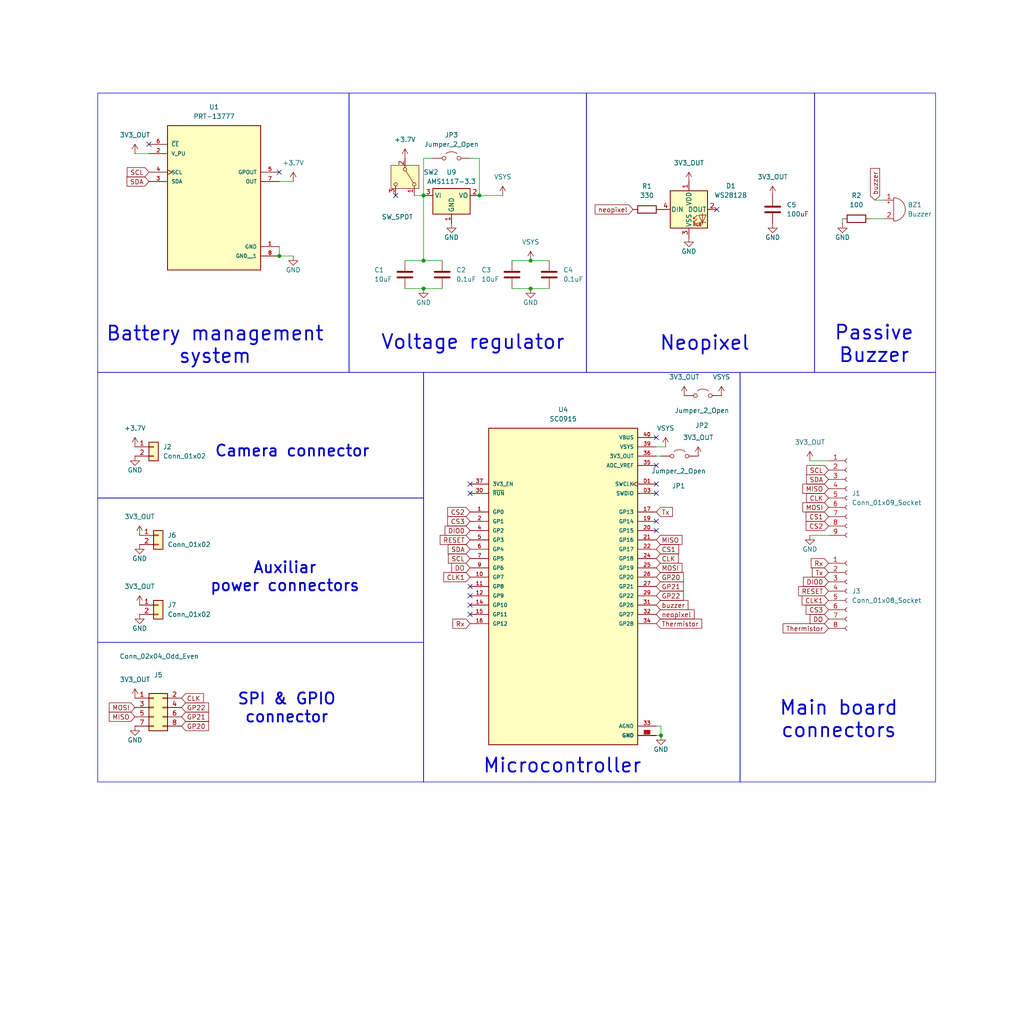
<source format=kicad_sch>
(kicad_sch (version 20250114) (generator "eeschema") (generator_version "9.0")
  (paper "User" 279.4 279.4)
  (title_block (title "Ultimate CanSat mainboard by team Vexus V1") (date "2024-11-03") (rev "1") (company "Vexus") (comment 1 "MCU board"))
  (lib_symbols
    (symbol "Connector:Conn_01x08_Socket" (pin_names (offset 1.016) (hide yes))
      (property "Reference" "J" (at 0 10.16 0))
      (property "Value" "Conn_01x08_Socket" (at 0 -12.7 0))
      (symbol "Conn_01x08_Socket_1_1"
        (polyline (pts (xy -1.27 7.62) (xy -0.508 7.62)) (stroke (width 0.1524)))
        (polyline (pts (xy -1.27 5.08) (xy -0.508 5.08)) (stroke (width 0.1524)))
        (polyline (pts (xy -1.27 2.54) (xy -0.508 2.54)) (stroke (width 0.1524)))
        (polyline (pts (xy -1.27 0) (xy -0.508 0)) (stroke (width 0.1524)))
        (polyline (pts (xy -1.27 -2.54) (xy -0.508 -2.54)) (stroke (width 0.1524)))
        (polyline (pts (xy -1.27 -5.08) (xy -0.508 -5.08)) (stroke (width 0.1524)))
        (polyline (pts (xy -1.27 -7.62) (xy -0.508 -7.62)) (stroke (width 0.1524)))
        (polyline (pts (xy -1.27 -10.16) (xy -0.508 -10.16)) (stroke (width 0.1524)))
        (arc (start 0 7.112) (mid -0.5058 7.62) (end 0 8.128) (stroke (width 0.1524)))
        (arc (start 0 4.572) (mid -0.5058 5.08) (end 0 5.588) (stroke (width 0.1524)))
        (arc (start 0 2.032) (mid -0.5058 2.54) (end 0 3.048) (stroke (width 0.1524)))
        (arc (start 0 -0.508) (mid -0.5058 0) (end 0 0.508) (stroke (width 0.1524)))
        (arc (start 0 -3.048) (mid -0.5058 -2.54) (end 0 -2.032) (stroke (width 0.1524)))
        (arc (start 0 -5.588) (mid -0.5058 -5.08) (end 0 -4.572) (stroke (width 0.1524)))
        (arc (start 0 -8.128) (mid -0.5058 -7.62) (end 0 -7.112) (stroke (width 0.1524)))
        (arc (start 0 -10.668) (mid -0.5058 -10.16) (end 0 -9.652) (stroke (width 0.1524)))
        (pin passive line (at -5.08 7.62 0) (length 3.81) (name "Pin_1") (number "1"))
        (pin passive line (at -5.08 5.08 0) (length 3.81) (name "Pin_2") (number "2"))
        (pin passive line (at -5.08 2.54 0) (length 3.81) (name "Pin_3") (number "3"))
        (pin passive line (at -5.08 0 0) (length 3.81) (name "Pin_4") (number "4"))
        (pin passive line (at -5.08 -2.54 0) (length 3.81) (name "Pin_5") (number "5"))
        (pin passive line (at -5.08 -5.08 0) (length 3.81) (name "Pin_6") (number "6"))
        (pin passive line (at -5.08 -7.62 0) (length 3.81) (name "Pin_7") (number "7"))
        (pin passive line (at -5.08 -10.16 0) (length 3.81) (name "Pin_8") (number "8"))
      )
    )
    (symbol "Connector:Conn_01x09_Socket" (pin_names (offset 1.016) (hide yes))
      (property "Reference" "J" (at 0 12.7 0))
      (property "Value" "Conn_01x09_Socket" (at 0 -12.7 0))
      (symbol "Conn_01x09_Socket_1_1"
        (polyline (pts (xy -1.27 10.16) (xy -0.508 10.16)) (stroke (width 0.1524)))
        (polyline (pts (xy -1.27 7.62) (xy -0.508 7.62)) (stroke (width 0.1524)))
        (polyline (pts (xy -1.27 5.08) (xy -0.508 5.08)) (stroke (width 0.1524)))
        (polyline (pts (xy -1.27 2.54) (xy -0.508 2.54)) (stroke (width 0.1524)))
        (polyline (pts (xy -1.27 0) (xy -0.508 0)) (stroke (width 0.1524)))
        (polyline (pts (xy -1.27 -2.54) (xy -0.508 -2.54)) (stroke (width 0.1524)))
        (polyline (pts (xy -1.27 -5.08) (xy -0.508 -5.08)) (stroke (width 0.1524)))
        (polyline (pts (xy -1.27 -7.62) (xy -0.508 -7.62)) (stroke (width 0.1524)))
        (polyline (pts (xy -1.27 -10.16) (xy -0.508 -10.16)) (stroke (width 0.1524)))
        (arc (start 0 9.652) (mid -0.5058 10.16) (end 0 10.668) (stroke (width 0.1524)))
        (arc (start 0 7.112) (mid -0.5058 7.62) (end 0 8.128) (stroke (width 0.1524)))
        (arc (start 0 4.572) (mid -0.5058 5.08) (end 0 5.588) (stroke (width 0.1524)))
        (arc (start 0 2.032) (mid -0.5058 2.54) (end 0 3.048) (stroke (width 0.1524)))
        (arc (start 0 -0.508) (mid -0.5058 0) (end 0 0.508) (stroke (width 0.1524)))
        (arc (start 0 -3.048) (mid -0.5058 -2.54) (end 0 -2.032) (stroke (width 0.1524)))
        (arc (start 0 -5.588) (mid -0.5058 -5.08) (end 0 -4.572) (stroke (width 0.1524)))
        (arc (start 0 -8.128) (mid -0.5058 -7.62) (end 0 -7.112) (stroke (width 0.1524)))
        (arc (start 0 -10.668) (mid -0.5058 -10.16) (end 0 -9.652) (stroke (width 0.1524)))
        (pin passive line (at -5.08 10.16 0) (length 3.81) (name "Pin_1") (number "1"))
        (pin passive line (at -5.08 7.62 0) (length 3.81) (name "Pin_2") (number "2"))
        (pin passive line (at -5.08 5.08 0) (length 3.81) (name "Pin_3") (number "3"))
        (pin passive line (at -5.08 2.54 0) (length 3.81) (name "Pin_4") (number "4"))
        (pin passive line (at -5.08 0 0) (length 3.81) (name "Pin_5") (number "5"))
        (pin passive line (at -5.08 -2.54 0) (length 3.81) (name "Pin_6") (number "6"))
        (pin passive line (at -5.08 -5.08 0) (length 3.81) (name "Pin_7") (number "7"))
        (pin passive line (at -5.08 -7.62 0) (length 3.81) (name "Pin_8") (number "8"))
        (pin passive line (at -5.08 -10.16 0) (length 3.81) (name "Pin_9") (number "9"))
      )
    )
    (symbol "Connector_Generic:Conn_01x02" (pin_names (offset 1.016) (hide yes))
      (property "Reference" "J" (at 0 2.54 0))
      (property "Value" "Conn_01x02" (at 0 -5.08 0))
      (symbol "Conn_01x02_1_1"
        (rectangle (start -1.27 1.27) (end 1.27 -3.81) (stroke (width 0.254)) (fill (type background)))
        (rectangle (start -1.27 0.127) (end 0 -0.127) (stroke (width 0.1524)))
        (rectangle (start -1.27 -2.413) (end 0 -2.667) (stroke (width 0.1524)))
        (pin passive line (at -5.08 0 0) (length 3.81) (name "Pin_1") (number "1"))
        (pin passive line (at -5.08 -2.54 0) (length 3.81) (name "Pin_2") (number "2"))
      )
    )
    (symbol "Connector_Generic:Conn_02x04_Odd_Even" (pin_names (offset 1.016) (hide yes))
      (property "Reference" "J" (at 1.27 5.08 0))
      (property "Value" "Conn_02x04_Odd_Even" (at 1.27 -7.62 0))
      (symbol "Conn_02x04_Odd_Even_1_1"
        (rectangle (start -1.27 3.81) (end 3.81 -6.35) (stroke (width 0.254)) (fill (type background)))
        (rectangle (start -1.27 2.667) (end 0 2.413) (stroke (width 0.1524)))
        (rectangle (start -1.27 0.127) (end 0 -0.127) (stroke (width 0.1524)))
        (rectangle (start -1.27 -2.413) (end 0 -2.667) (stroke (width 0.1524)))
        (rectangle (start -1.27 -4.953) (end 0 -5.207) (stroke (width 0.1524)))
        (rectangle (start 3.81 2.667) (end 2.54 2.413) (stroke (width 0.1524)))
        (rectangle (start 3.81 0.127) (end 2.54 -0.127) (stroke (width 0.1524)))
        (rectangle (start 3.81 -2.413) (end 2.54 -2.667) (stroke (width 0.1524)))
        (rectangle (start 3.81 -4.953) (end 2.54 -5.207) (stroke (width 0.1524)))
        (pin passive line (at -5.08 2.54 0) (length 3.81) (name "Pin_1") (number "1"))
        (pin passive line (at -5.08 0 0) (length 3.81) (name "Pin_3") (number "3"))
        (pin passive line (at -5.08 -2.54 0) (length 3.81) (name "Pin_5") (number "5"))
        (pin passive line (at -5.08 -5.08 0) (length 3.81) (name "Pin_7") (number "7"))
        (pin passive line (at 7.62 2.54 180) (length 3.81) (name "Pin_2") (number "2"))
        (pin passive line (at 7.62 0 180) (length 3.81) (name "Pin_4") (number "4"))
        (pin passive line (at 7.62 -2.54 180) (length 3.81) (name "Pin_6") (number "6"))
        (pin passive line (at 7.62 -5.08 180) (length 3.81) (name "Pin_8") (number "8"))
      )
    )
    (symbol "Device:Buzzer" (pin_names (offset 0.0254) (hide yes))
      (property "Reference" "BZ" (at 3.81 1.27 0))
      (property "Value" "Buzzer" (at 3.81 -1.27 0))
      (symbol "Buzzer_0_1"
        (polyline (pts (xy -1.651 1.905) (xy -1.143 1.905)))
        (polyline (pts (xy -1.397 2.159) (xy -1.397 1.651)))
        (arc (start 0 3.175) (mid 3.1612 0) (end 0 -3.175))
        (polyline (pts (xy 0 3.175) (xy 0 -3.175)))
      )
      (symbol "Buzzer_1_1"
        (pin passive line (at -2.54 2.54 0) (length 2.54) (name "+") (number "1"))
        (pin passive line (at -2.54 -2.54 0) (length 2.54) (name "-") (number "2"))
      )
    )
    (symbol "Device:C" (pin_numbers (hide yes)) (pin_names (offset 0.254))
      (property "Reference" "C" (at 0.635 2.54 0))
      (property "Value" "C" (at 0.635 -2.54 0))
      (symbol "C_0_1"
        (polyline (pts (xy -2.032 0.762) (xy 2.032 0.762)) (stroke (width 0.508)))
        (polyline (pts (xy -2.032 -0.762) (xy 2.032 -0.762)) (stroke (width 0.508)))
      )
      (symbol "C_1_1"
        (pin passive line (at 0 3.81 270) (length 2.794) (name "~") (number "1"))
        (pin passive line (at 0 -3.81 90) (length 2.794) (name "~") (number "2"))
      )
    )
    (symbol "Device:R" (pin_numbers (hide yes)) (pin_names (offset 0))
      (property "Reference" "R" (at 2.032 0 90))
      (property "Value" "R" (at 0 0 90))
      (symbol "R_0_1"
        (rectangle (start -1.016 -2.54) (end 1.016 2.54) (stroke (width 0.254)))
      )
      (symbol "R_1_1"
        (pin passive line (at 0 3.81 270) (length 1.27) (name "~") (number "1"))
        (pin passive line (at 0 -3.81 90) (length 1.27) (name "~") (number "2"))
      )
    )
    (symbol "Jumper:Jumper_2_Open" (pin_numbers (hide yes)) (pin_names (offset 0) (hide yes)) (exclude_from_sim yes)
      (property "Reference" "JP" (at 0 2.794 0))
      (property "Value" "Jumper_2_Open" (at 0 -2.286 0))
      (symbol "Jumper_2_Open_0_0"
        (circle (center -2.032 0) (radius 0.508))
        (circle (center 2.032 0) (radius 0.508))
      )
      (symbol "Jumper_2_Open_0_1"
        (arc (start -1.524 1.27) (mid 0 1.778) (end 1.524 1.27))
      )
      (symbol "Jumper_2_Open_1_1"
        (pin passive line (at -5.08 0 0) (length 2.54) (name "A") (number "1"))
        (pin passive line (at 5.08 0 180) (length 2.54) (name "B") (number "2"))
      )
    )
    (symbol "Jumper_2_Open_1" (pin_numbers (hide yes)) (pin_names (offset 0) (hide yes)) (exclude_from_sim yes)
      (property "Reference" "JP4" (at 0 6.35 0))
      (property "Value" "Jumper_2_Open" (at 0 3.81 0))
      (symbol "Jumper_2_Open_1_0_0"
        (circle (center -2.032 0) (radius 0.508))
        (circle (center 2.032 0) (radius 0.508))
      )
      (symbol "Jumper_2_Open_1_0_1"
        (arc (start -1.524 1.27) (mid 0 1.778) (end 1.524 1.27))
      )
      (symbol "Jumper_2_Open_1_1_1"
        (pin passive line (at -5.08 0 0) (length 2.54) (name "A") (number "1"))
        (pin passive line (at 5.08 0 180) (length 2.54) (name "B") (number "2"))
      )
    )
    (symbol "LED:WS2812B" (pin_names (offset 0.254))
      (property "Reference" "D" (at 5.08 5.715 0))
      (property "Value" "WS2812B" (at 1.27 -5.715 0))
      (symbol "WS2812B_0_0"
        (text "RGB" (at 2.286 -4.191 0) (effects (font (size 0.762 0.762))))
      )
      (symbol "WS2812B_0_1"
        (polyline (pts (xy 1.27 -2.54) (xy 1.778 -2.54)))
        (polyline (pts (xy 1.27 -3.556) (xy 1.778 -3.556)))
        (polyline (pts (xy 2.286 -1.524) (xy 1.27 -2.54) (xy 1.27 -2.032)))
        (polyline (pts (xy 2.286 -2.54) (xy 1.27 -3.556) (xy 1.27 -3.048)))
        (polyline (pts (xy 3.683 -1.016) (xy 3.683 -3.556) (xy 3.683 -4.064)))
        (polyline (pts (xy 4.699 -1.524) (xy 2.667 -1.524) (xy 3.683 -3.556) (xy 4.699 -1.524)))
        (polyline (pts (xy 4.699 -3.556) (xy 2.667 -3.556)))
        (rectangle (start 5.08 5.08) (end -5.08 -5.08) (stroke (width 0.254)) (fill (type background)))
      )
      (symbol "WS2812B_1_1"
        (pin input line (at -7.62 0 0) (length 2.54) (name "DIN") (number "4"))
        (pin power_in line (at 0 7.62 270) (length 2.54) (name "VDD") (number "1"))
        (pin power_in line (at 0 -7.62 90) (length 2.54) (name "VSS") (number "3"))
        (pin output line (at 7.62 0 180) (length 2.54) (name "DOUT") (number "2"))
      )
    )
    (symbol "PRT-13777_1" (pin_names (offset 1.016))
      (property "Reference" "U" (at -12.7 24.13 0))
      (property "Value" "PRT-13777" (at -12.7 -39.37 0))
      (symbol "PRT-13777_1_0_0"
        (rectangle (start -12.7 15.24) (end 12.7 -24.13) (stroke (width 0.254)) (fill (type background)))
        (pin input line (at -17.78 10.16 0) (length 5.08) (name "~{CE}") (number "6"))
        (pin input line (at -17.78 7.62 0) (length 5.08) (name "V_PU") (number "2"))
        (pin input clock (at -17.78 2.54 0) (length 5.08) (name "SCL") (number "4"))
        (pin bidirectional line (at -17.78 0 0) (length 5.08) (name "SDA") (number "3"))
        (pin output line (at 17.78 2.54 180) (length 5.08) (name "GPOUT") (number "5"))
        (pin output line (at 17.78 0 180) (length 5.08) (name "OUT") (number "7"))
        (pin power_in line (at 17.78 -17.78 180) (length 5.08) (name "GND") (number "1"))
        (pin power_in line (at 17.78 -20.32 180) (length 5.08) (name "GND__1") (number "8"))
      )
    )
    (symbol "Regulator_Linear:AMS1117-3.3"
      (property "Reference" "U" (at -3.81 3.175 0))
      (property "Value" "AMS1117-3.3" (at 0 3.175 0))
      (symbol "AMS1117-3.3_0_1"
        (rectangle (start -5.08 -5.08) (end 5.08 1.905) (stroke (width 0.254)) (fill (type background)))
      )
      (symbol "AMS1117-3.3_1_1"
        (pin power_in line (at -7.62 0 0) (length 2.54) (name "VI") (number "3"))
        (pin power_in line (at 0 -7.62 90) (length 2.54) (name "GND") (number "1"))
        (pin power_out line (at 7.62 0 180) (length 2.54) (name "VO") (number "2"))
      )
    )
    (symbol "SC0915:SC0915" (pin_names (offset 1.016))
      (property "Reference" "U" (at -20.32 44.069 0))
      (property "Value" "SC0915" (at -20.32 -45.72 0))
      (symbol "SC0915_0_0"
        (rectangle (start -20.32 -43.18) (end 20.32 43.18) (stroke (width 0.254)) (fill (type background)))
        (pin input line (at -25.4 27.94 0) (length 5.08) (name "3V3_EN") (number "37"))
        (pin input line (at -25.4 25.4 0) (length 5.08) (name "~{RUN}") (number "30"))
        (pin bidirectional line (at -25.4 20.32 0) (length 5.08) (name "GP0") (number "1"))
        (pin bidirectional line (at -25.4 17.78 0) (length 5.08) (name "GP1") (number "2"))
        (pin bidirectional line (at -25.4 15.24 0) (length 5.08) (name "GP2") (number "4"))
        (pin bidirectional line (at -25.4 12.7 0) (length 5.08) (name "GP3") (number "5"))
        (pin bidirectional line (at -25.4 10.16 0) (length 5.08) (name "GP4") (number "6"))
        (pin bidirectional line (at -25.4 7.62 0) (length 5.08) (name "GP5") (number "7"))
        (pin bidirectional line (at -25.4 5.08 0) (length 5.08) (name "GP6") (number "9"))
        (pin bidirectional line (at -25.4 2.54 0) (length 5.08) (name "GP7") (number "10"))
        (pin bidirectional line (at -25.4 0 0) (length 5.08) (name "GP8") (number "11"))
        (pin bidirectional line (at -25.4 -2.54 0) (length 5.08) (name "GP9") (number "12"))
        (pin bidirectional line (at -25.4 -5.08 0) (length 5.08) (name "GP10") (number "14"))
        (pin bidirectional line (at -25.4 -7.62 0) (length 5.08) (name "GP11") (number "15"))
        (pin bidirectional line (at -25.4 -10.16 0) (length 5.08) (name "GP12") (number "16"))
        (pin power_in line (at 25.4 40.64 180) (length 5.08) (name "VBUS") (number "40"))
        (pin power_in line (at 25.4 38.1 180) (length 5.08) (name "VSYS") (number "39"))
        (pin power_in line (at 25.4 35.56 180) (length 5.08) (name "3V3_OUT") (number "36"))
        (pin power_in line (at 25.4 33.02 180) (length 5.08) (name "ADC_VREF") (number "35"))
        (pin input clock (at 25.4 27.94 180) (length 5.08) (name "SWCLK") (number "D1"))
        (pin bidirectional line (at 25.4 25.4 180) (length 5.08) (name "SWDIO") (number "D3"))
        (pin bidirectional line (at 25.4 20.32 180) (length 5.08) (name "GP13") (number "17"))
        (pin bidirectional line (at 25.4 17.78 180) (length 5.08) (name "GP14") (number "19"))
        (pin bidirectional line (at 25.4 15.24 180) (length 5.08) (name "GP15") (number "20"))
        (pin bidirectional line (at 25.4 12.7 180) (length 5.08) (name "GP16") (number "21"))
        (pin bidirectional line (at 25.4 10.16 180) (length 5.08) (name "GP17") (number "22"))
        (pin bidirectional line (at 25.4 7.62 180) (length 5.08) (name "GP18") (number "24"))
        (pin bidirectional line (at 25.4 5.08 180) (length 5.08) (name "GP19") (number "25"))
        (pin bidirectional line (at 25.4 2.54 180) (length 5.08) (name "GP20") (number "26"))
        (pin bidirectional line (at 25.4 0 180) (length 5.08) (name "GP21") (number "27"))
        (pin bidirectional line (at 25.4 -2.54 180) (length 5.08) (name "GP22") (number "29"))
        (pin bidirectional line (at 25.4 -5.08 180) (length 5.08) (name "GP26") (number "31"))
        (pin bidirectional line (at 25.4 -7.62 180) (length 5.08) (name "GP27") (number "32"))
        (pin bidirectional line (at 25.4 -10.16 180) (length 5.08) (name "GP28") (number "34"))
        (pin power_in line (at 25.4 -38.1 180) (length 5.08) (name "AGND") (number "33"))
        (pin power_in line (at 25.4 -40.64 180) (length 5.08) (name "GND") (number "13"))
        (pin power_in line (at 25.4 -40.64 180) (length 5.08) (name "GND") (number "18"))
        (pin power_in line (at 25.4 -40.64 180) (length 5.08) (name "GND") (number "23"))
        (pin power_in line (at 25.4 -40.64 180) (length 5.08) (name "GND") (number "28"))
        (pin power_in line (at 25.4 -40.64 180) (length 5.08) (name "GND") (number "3"))
        (pin power_in line (at 25.4 -40.64 180) (length 5.08) (name "GND") (number "38"))
        (pin power_in line (at 25.4 -40.64 180) (length 5.08) (name "GND") (number "8"))
        (pin power_in line (at 25.4 -40.64 180) (length 5.08) (name "GND") (number "D2"))
      )
    )
    (symbol "Switch:SW_SPDT" (pin_names (offset 0) (hide yes))
      (property "Reference" "SW" (at 0 5.08 0))
      (property "Value" "SW_SPDT" (at 0 -5.08 0))
      (symbol "SW_SPDT_0_1"
        (circle (center -2.032 0) (radius 0.4572))
        (polyline (pts (xy -1.651 0.254) (xy 1.651 2.286)))
        (circle (center 2.032 2.54) (radius 0.4572))
        (circle (center 2.032 -2.54) (radius 0.4572))
      )
      (symbol "SW_SPDT_1_1"
        (rectangle (start -3.175 3.81) (end 3.175 -3.81) (fill (type background)))
        (pin passive line (at -5.08 0 0) (length 2.54) (name "B") (number "2"))
        (pin passive line (at 5.08 2.54 180) (length 2.54) (name "A") (number "1"))
        (pin passive line (at 5.08 -2.54 180) (length 2.54) (name "C") (number "3"))
      )
    )
    (symbol "power:+3.3V" (power) (pin_numbers (hide yes)) (pin_names (offset 0) (hide yes))
      (property "Value" "+3.3V" (at 0 3.556 0))
      (symbol "+3.3V_0_1"
        (polyline (pts (xy -0.762 1.27) (xy 0 2.54)))
        (polyline (pts (xy 0 2.54) (xy 0.762 1.27)))
        (polyline (pts (xy 0 0) (xy 0 2.54)))
      )
      (symbol "+3.3V_1_1"
        (pin power_in line (at 0 0 90) (length 0) (name "~") (number "1"))
      )
    )
    (symbol "power:GND" (power) (pin_numbers (hide yes)) (pin_names (offset 0) (hide yes))
      (property "Value" "GND" (at 0 -3.81 0))
      (symbol "GND_0_1"
        (polyline (pts (xy 0 0) (xy 0 -1.27) (xy 1.27 -1.27) (xy 0 -2.54) (xy -1.27 -1.27) (xy 0 -1.27)))
      )
      (symbol "GND_1_1"
        (pin power_in line (at 0 0 270) (length 0) (name "~") (number "1"))
      )
    )
    (symbol "power:VCC" (power) (pin_numbers (hide yes)) (pin_names (offset 0) (hide yes))
      (property "Value" "VCC" (at 0 3.556 0))
      (symbol "VCC_0_1"
        (polyline (pts (xy -0.762 1.27) (xy 0 2.54)))
        (polyline (pts (xy 0 2.54) (xy 0.762 1.27)))
        (polyline (pts (xy 0 0) (xy 0 2.54)))
      )
      (symbol "VCC_1_1"
        (pin power_in line (at 0 0 90) (length 0) (name "~") (number "1"))
      )
    )
  )
  (rectangle (start 26.67 135.89) (end 115.57 175.26))
  (rectangle (start 26.67 101.6) (end 115.57 135.89))
  (rectangle (start 115.57 101.6) (end 201.93 213.36))
  (rectangle (start 222.25 25.4) (end 255.27 101.6))
  (rectangle (start 26.67 175.26) (end 115.57 213.36))
  (rectangle (start 201.93 101.6) (end 255.27 213.36))
  (rectangle (start 95.25 25.4) (end 160.02 101.6))
  (rectangle (start 160.02 25.4) (end 222.25 101.6))
  (rectangle (start 26.67 25.4) (end 95.25 101.6))
  (text "Passive\nBuzzer" (at 238.506 93.98 0) (effects (font (size 3.81 3.81) (thickness 0.4763))))
  (text "Voltage regulator" (at 129.032 93.472 0) (effects (font (size 3.81 3.81) (thickness 0.4763))))
  (text "Microcontroller" (at 153.416 209.042 0) (effects (font (size 3.81 3.81) (thickness 0.4763))))
  (text "Auxiliar\npower connectors" (at 77.724 157.48 0) (effects (font (size 3.048 3.048) (thickness 0.4763))))
  (text "SPI & GPIO\nconnector" (at 78.232 193.294 0) (effects (font (size 3.048 3.048) (thickness 0.4763))))
  (text "Camera connector" (at 79.756 123.19 0) (effects (font (size 3.048 3.048) (thickness 0.4763))))
  (text "Neopixel" (at 192.278 93.726 0) (effects (font (size 3.81 3.81) (thickness 0.4763))))
  (text "Main board\nconnectors" (at 228.854 196.342 0) (effects (font (size 3.81 3.81) (thickness 0.4763))))
  (text "Battery management\nsystem" (at 58.674 94.234 0) (effects (font (size 3.81 3.81) (thickness 0.4763))))
  (junction (at 130.81 53.34))
  (junction (at 115.57 53.34))
  (junction (at 144.78 71.12))
  (junction (at 76.2 69.85))
  (junction (at 144.78 78.74))
  (junction (at 115.57 71.12))
  (junction (at 180.34 200.66))
  (junction (at 115.57 78.74))
  (no_connect (at 128.27 165.1))
  (no_connect (at 179.07 144.78))
  (no_connect (at 128.27 162.56))
  (no_connect (at 128.27 134.62))
  (no_connect (at 179.07 119.38))
  (no_connect (at 107.95 53.34))
  (no_connect (at 128.27 132.08))
  (no_connect (at 128.27 167.64))
  (no_connect (at 179.07 134.62))
  (no_connect (at 195.58 57.15))
  (no_connect (at 128.27 160.02))
  (no_connect (at 179.07 142.24))
  (no_connect (at 76.2 46.99))
  (no_connect (at 40.64 39.37))
  (no_connect (at 179.07 132.08))
  (no_connect (at 179.07 127))
  (wire (pts (xy 139.7 78.74) (xy 144.78 78.74)))
  (wire (pts (xy 76.2 49.53) (xy 80.01 49.53)))
  (wire (pts (xy 36.83 41.91) (xy 40.64 41.91)))
  (wire (pts (xy 229.87 60.96) (xy 229.87 59.69)))
  (wire (pts (xy 144.78 71.12) (xy 149.86 71.12)))
  (wire (pts (xy 137.16 53.34) (xy 130.81 53.34)))
  (wire (pts (xy 110.49 78.74) (xy 115.57 78.74)))
  (wire (pts (xy 144.78 78.74) (xy 149.86 78.74)))
  (wire (pts (xy 113.03 53.34) (xy 115.57 53.34)))
  (wire (pts (xy 115.57 43.18) (xy 118.11 43.18)))
  (wire (pts (xy 76.2 69.85) (xy 80.01 69.85)))
  (wire (pts (xy 180.34 124.46) (xy 179.07 124.46)))
  (wire (pts (xy 179.07 198.12) (xy 180.34 198.12)))
  (wire (pts (xy 181.61 121.92) (xy 179.07 121.92)))
  (wire (pts (xy 128.27 43.18) (xy 130.81 43.18)))
  (wire (pts (xy 220.98 146.05) (xy 226.06 146.05)))
  (wire (pts (xy 237.49 59.69) (xy 241.3 59.69)))
  (wire (pts (xy 238.76 54.61) (xy 241.3 54.61)))
  (wire (pts (xy 115.57 53.34) (xy 115.57 43.18)))
  (wire (pts (xy 139.7 71.12) (xy 144.78 71.12)))
  (wire (pts (xy 130.81 43.18) (xy 130.81 53.34)))
  (wire (pts (xy 180.34 198.12) (xy 180.34 200.66)))
  (wire (pts (xy 220.98 125.73) (xy 226.06 125.73)))
  (wire (pts (xy 110.49 71.12) (xy 115.57 71.12)))
  (wire (pts (xy 180.34 200.66) (xy 179.07 200.66)))
  (wire (pts (xy 115.57 71.12) (xy 120.65 71.12)))
  (wire (pts (xy 115.57 53.34) (xy 115.57 71.12)))
  (wire (pts (xy 115.57 78.74) (xy 120.65 78.74)))
  (wire (pts (xy 76.2 67.31) (xy 76.2 69.85)))
  (global_label "MISO" (shape input) (at 226.06 133.35 180) (property "Intersheetrefs" "${INTERSHEET_REFS}" (effects (hide yes))))
  (global_label "GP20" (shape input) (at 179.07 157.48 0) (property "Intersheetrefs" "${INTERSHEET_REFS}" (effects (hide yes))))
  (global_label "MISO" (shape input) (at 179.07 147.32 0) (property "Intersheetrefs" "${INTERSHEET_REFS}" (effects (hide yes))))
  (global_label "SCL" (shape input) (at 40.64 46.99 180) (property "Intersheetrefs" "${INTERSHEET_REFS}" (effects (hide yes))))
  (global_label "SDA" (shape input) (at 40.64 49.53 180) (property "Intersheetrefs" "${INTERSHEET_REFS}" (effects (hide yes))))
  (global_label "MISO" (shape input) (at 36.83 195.58 180) (property "Intersheetrefs" "${INTERSHEET_REFS}" (effects (hide yes))))
  (global_label "DO" (shape input) (at 226.06 168.91 180) (property "Intersheetrefs" "${INTERSHEET_REFS}" (effects (hide yes))))
  (global_label "SDA" (shape input) (at 226.06 130.81 180) (property "Intersheetrefs" "${INTERSHEET_REFS}" (effects (hide yes))))
  (global_label "MOSI" (shape input) (at 179.07 154.94 0) (property "Intersheetrefs" "${INTERSHEET_REFS}" (effects (hide yes))))
  (global_label "GP20" (shape input) (at 49.53 198.12 0) (property "Intersheetrefs" "${INTERSHEET_REFS}" (effects (hide yes))))
  (global_label "neopixel" (shape input) (at 172.72 57.15 180) (property "Intersheetrefs" "${INTERSHEET_REFS}" (effects (hide yes))))
  (global_label "Tx" (shape input) (at 226.06 156.21 180) (property "Intersheetrefs" "${INTERSHEET_REFS}" (effects (hide yes))))
  (global_label "MOSI" (shape input) (at 36.83 193.04 180) (property "Intersheetrefs" "${INTERSHEET_REFS}" (effects (hide yes))))
  (global_label "buzzer" (shape input) (at 179.07 165.1 0) (property "Intersheetrefs" "${INTERSHEET_REFS}" (effects (hide yes))))
  (global_label "RESET" (shape input) (at 226.06 161.29 180) (property "Intersheetrefs" "${INTERSHEET_REFS}" (effects (hide yes))))
  (global_label "CS2" (shape input) (at 128.27 139.7 180) (property "Intersheetrefs" "${INTERSHEET_REFS}" (effects (hide yes))))
  (global_label "CS2" (shape input) (at 226.06 143.51 180) (property "Intersheetrefs" "${INTERSHEET_REFS}" (effects (hide yes))))
  (global_label "CLK1" (shape input) (at 128.27 157.48 180) (property "Intersheetrefs" "${INTERSHEET_REFS}" (effects (hide yes))))
  (global_label "CLK1" (shape input) (at 226.06 163.83 180) (property "Intersheetrefs" "${INTERSHEET_REFS}" (effects (hide yes))))
  (global_label "CLK" (shape input) (at 179.07 152.4 0) (property "Intersheetrefs" "${INTERSHEET_REFS}" (effects (hide yes))))
  (global_label "CLK" (shape input) (at 49.53 190.5 0) (property "Intersheetrefs" "${INTERSHEET_REFS}" (effects (hide yes))))
  (global_label "Thermistor" (shape input) (at 179.07 170.18 0) (property "Intersheetrefs" "${INTERSHEET_REFS}" (effects (hide yes))))
  (global_label "CS1" (shape input) (at 226.06 140.97 180) (property "Intersheetrefs" "${INTERSHEET_REFS}" (effects (hide yes))))
  (global_label "DIO0" (shape input) (at 128.27 144.78 180) (property "Intersheetrefs" "${INTERSHEET_REFS}" (effects (hide yes))))
  (global_label "CS1" (shape input) (at 179.07 149.86 0) (property "Intersheetrefs" "${INTERSHEET_REFS}" (effects (hide yes))))
  (global_label "buzzer" (shape input) (at 238.76 54.61 90) (property "Intersheetrefs" "${INTERSHEET_REFS}" (effects (hide yes))))
  (global_label "SDA" (shape input) (at 128.27 149.86 180) (property "Intersheetrefs" "${INTERSHEET_REFS}" (effects (hide yes))))
  (global_label "GP21" (shape input) (at 179.07 160.02 0) (property "Intersheetrefs" "${INTERSHEET_REFS}" (effects (hide yes))))
  (global_label "SCL" (shape input) (at 226.06 128.27 180) (property "Intersheetrefs" "${INTERSHEET_REFS}" (effects (hide yes))))
  (global_label "CS3" (shape input) (at 128.27 142.24 180) (property "Intersheetrefs" "${INTERSHEET_REFS}" (effects (hide yes))))
  (global_label "CS3" (shape input) (at 226.06 166.37 180) (property "Intersheetrefs" "${INTERSHEET_REFS}" (effects (hide yes))))
  (global_label "DIO0" (shape input) (at 226.06 158.75 180) (property "Intersheetrefs" "${INTERSHEET_REFS}" (effects (hide yes))))
  (global_label "CLK" (shape input) (at 226.06 135.89 180) (property "Intersheetrefs" "${INTERSHEET_REFS}" (effects (hide yes))))
  (global_label "DO" (shape input) (at 128.27 154.94 180) (property "Intersheetrefs" "${INTERSHEET_REFS}" (effects (hide yes))))
  (global_label "RESET" (shape input) (at 128.27 147.32 180) (property "Intersheetrefs" "${INTERSHEET_REFS}" (effects (hide yes))))
  (global_label "Rx" (shape input) (at 226.06 153.67 180) (property "Intersheetrefs" "${INTERSHEET_REFS}" (effects (hide yes))))
  (global_label "Rx" (shape input) (at 128.27 170.18 180) (property "Intersheetrefs" "${INTERSHEET_REFS}" (effects (hide yes))))
  (global_label "MOSI" (shape input) (at 226.06 138.43 180) (property "Intersheetrefs" "${INTERSHEET_REFS}" (effects (hide yes))))
  (global_label "SCL" (shape input) (at 128.27 152.4 180) (property "Intersheetrefs" "${INTERSHEET_REFS}" (effects (hide yes))))
  (global_label "neopixel" (shape input) (at 179.07 167.64 0) (property "Intersheetrefs" "${INTERSHEET_REFS}" (effects (hide yes))))
  (global_label "Thermistor" (shape input) (at 226.06 171.45 180) (property "Intersheetrefs" "${INTERSHEET_REFS}" (effects (hide yes))))
  (global_label "GP22" (shape input) (at 49.53 193.04 0) (property "Intersheetrefs" "${INTERSHEET_REFS}" (effects (hide yes))))
  (global_label "GP21" (shape input) (at 49.53 195.58 0) (property "Intersheetrefs" "${INTERSHEET_REFS}" (effects (hide yes))))
  (global_label "GP22" (shape input) (at 179.07 162.56 0) (property "Intersheetrefs" "${INTERSHEET_REFS}" (effects (hide yes))))
  (global_label "Tx" (shape input) (at 179.07 139.7 0) (property "Intersheetrefs" "${INTERSHEET_REFS}" (effects (hide yes))))
  (symbol (lib_id "Connector_Generic:Conn_01x02") (at 41.91 121.92 0) (unit 1)
    (property "Reference" "J2" (at 44.45 121.9199 0) (effects (justify left)))
    (property "Value" "Conn_01x02" (at 44.45 124.4599 0) (effects (justify left)))
    (property "Footprint" "CanSat:Pad" (effects (hide yes)))
    (property "Description" "Generic connector, single row, 01x02, script generated (kicad-library-utils/schlib/autogen/connector/)" (effects (hide yes)))
  )
  (symbol (lib_id "power:VCC") (at 181.61 121.92 0) (unit 1)
    (property "Reference" "#PWR024" (effects (hide yes)))
    (property "Value" "VSYS" (at 181.61 116.84 0))
    (property "Description" "Power symbol creates a global label with name \"VCC\"" (effects (hide yes)))
  )
  (symbol (lib_id "power:GND") (at 38.1 167.64 0) (unit 1)
    (property "Reference" "#PWR018" (effects (hide yes)))
    (property "Value" "GND" (at 38.1 171.45 0))
    (property "Description" "Power symbol creates a global label with name \"GND\" , ground" (effects (hide yes)))
  )
  (symbol (lib_id "power:VCC") (at 36.83 41.91 0) (unit 1)
    (property "Reference" "#PWR037" (effects (hide yes)))
    (property "Value" "3V3_OUT" (at 36.83 36.83 0))
    (property "Description" "Power symbol creates a global label with name \"VCC\"" (effects (hide yes)))
  )
  (symbol (lib_id "power:VCC") (at 220.98 125.73 0) (unit 1)
    (property "Reference" "#PWR030" (effects (hide yes)))
    (property "Value" "3V3_OUT" (at 220.98 120.65 0))
    (property "Description" "Power symbol creates a global label with name \"VCC\"" (effects (hide yes)))
  )
  (symbol (lib_id "Switch:SW_SPDT") (at 110.49 48.26 270) (unit 1)
    (property "Reference" "SW2" (at 115.57 46.9899 90) (effects (justify left)))
    (property "Value" "SW_SPDT" (at 104.14 59.182 90) (effects (justify left)))
    (property "Footprint" "Button_Switch_THT:SW_Slide_SPDT_Angled_CK_OS102011MA1Q" (effects (hide yes)))
    (property "Description" "Switch, single pole double throw" (effects (hide yes)))
  )
  (symbol (lib_id "Jumper:Jumper_2_Open") (at 185.42 124.46 0) (unit 1)
    (property "Reference" "JP1" (at 185.166 132.588 0))
    (property "Value" "Jumper_2_Open" (at 185.166 128.524 0))
    (property "Footprint" "Jumper:SolderJumper-2_P1.3mm_Open_TrianglePad1.0x1.5mm" (effects (hide yes)))
    (property "Description" "Jumper, 2-pole, open" (effects (hide yes)))
  )
  (symbol (lib_id "power:VCC") (at 36.83 190.5 0) (unit 1)
    (property "Reference" "#PWR039" (effects (hide yes)))
    (property "Value" "3V3_OUT" (at 36.83 185.42 0))
    (property "Description" "Power symbol creates a global label with name \"VCC\"" (effects (hide yes)))
  )
  (symbol (lib_id "Device:R") (at 176.53 57.15 90) (unit 1)
    (property "Reference" "R1" (at 176.53 50.8 90))
    (property "Value" "330" (at 176.53 53.34 90))
    (property "Footprint" "Resistor_SMD:R_0603_1608Metric_Pad0.98x0.95mm_HandSolder" (effects (hide yes)))
    (property "Description" "Resistor" (effects (hide yes)))
  )
  (symbol (lib_id "power:GND") (at 115.57 78.74 0) (unit 1)
    (property "Reference" "#PWR010" (effects (hide yes)))
    (property "Value" "GND" (at 115.57 82.55 0))
    (property "Description" "Power symbol creates a global label with name \"GND\" , ground" (effects (hide yes)))
  )
  (symbol (lib_id "power:VCC") (at 186.69 107.95 0) (unit 1)
    (property "Reference" "#PWR038" (effects (hide yes)))
    (property "Value" "3V3_OUT" (at 186.69 102.87 0))
    (property "Description" "Power symbol creates a global label with name \"VCC\"" (effects (hide yes)))
  )
  (symbol (lib_id "Device:C") (at 139.7 74.93 0) (unit 1)
    (property "Reference" "C3" (at 131.318 73.66 0) (effects (justify left)))
    (property "Value" "10uF" (at 131.318 76.2 0) (effects (justify left)))
    (property "Footprint" "Capacitor_SMD:C_0603_1608Metric_Pad1.08x0.95mm_HandSolder" (effects (hide yes)))
    (property "Description" "Unpolarized capacitor" (effects (hide yes)))
  )
  (symbol (lib_id "power:GND") (at 123.19 60.96 0) (unit 1)
    (property "Reference" "#PWR07" (effects (hide yes)))
    (property "Value" "GND" (at 123.19 64.77 0))
    (property "Description" "Power symbol creates a global label with name \"GND\" , ground" (effects (hide yes)))
  )
  (symbol (lib_name "PRT-13777_1") (lib_id "PRT-13777:PRT-13777") (at 58.42 49.53 0) (unit 1)
    (property "Reference" "U1" (at 58.42 29.21 0))
    (property "Value" "PRT-13777" (at 58.42 31.75 0))
    (property "Footprint" "CanSat:MODULE_PRT-13777" (effects (hide yes)))
    (property "PARTREV" "v10" (effects (hide yes)))
    (property "STANDARD" "Manufacturer Recommendations" (effects (hide yes)))
    (property "MANUFACTURER" "SparkFun Electronics" (effects (hide yes)))
  )
  (symbol (lib_id "Connector_Generic:Conn_01x02") (at 43.18 165.1 0) (unit 1)
    (property "Reference" "J7" (at 45.72 165.0999 0) (effects (justify left)))
    (property "Value" "Conn_01x02" (at 45.72 167.6399 0) (effects (justify left)))
    (property "Footprint" "Connector_PinSocket_2.54mm:PinSocket_1x02_P2.54mm_Vertical" (effects (hide yes)))
    (property "Description" "Generic connector, single row, 01x02, script generated (kicad-library-utils/schlib/autogen/connector/)" (effects (hide yes)))
  )
  (symbol (lib_id "Device:C") (at 210.82 57.15 0) (unit 1)
    (property "Reference" "C5" (at 214.63 55.8799 0) (effects (justify left)))
    (property "Value" "100uF" (at 214.63 58.4199 0) (effects (justify left)))
    (property "Footprint" "Capacitor_SMD:C_0603_1608Metric_Pad1.08x0.95mm_HandSolder" (effects (hide yes)))
    (property "Description" "Unpolarized capacitor" (effects (hide yes)))
  )
  (symbol (lib_id "Device:C") (at 149.86 74.93 0) (unit 1)
    (property "Reference" "C4" (at 153.67 73.6599 0) (effects (justify left)))
    (property "Value" "0.1uF" (at 153.67 76.1999 0) (effects (justify left)))
    (property "Footprint" "Capacitor_SMD:C_0603_1608Metric_Pad1.08x0.95mm_HandSolder" (effects (hide yes)))
    (property "Description" "Unpolarized capacitor" (effects (hide yes)))
  )
  (symbol (lib_id "SC0915:SC0915") (at 153.67 160.02 0) (unit 1)
    (property "Reference" "U4" (at 153.67 111.76 0))
    (property "Value" "SC0915" (at 153.67 114.3 0))
    (property "Footprint" "CanSat:MODULE_SC0915" (effects (hide yes)))
    (property "MF" "Raspberry Pi" (effects (hide yes)))
    (property "Description_1" "\n                        \n                            Raspberry Pi Pico Embedded Dev Module | Raspberry Pi SC0915\n                        \n" (effects (hide yes)))
    (property "Package" "None" (effects (hide yes)))
    (property "Price" "None" (effects (hide yes)))
    (property "Check_prices" "https://www.snapeda.com/parts/SC0915/Raspberry+Pi/view-part/?ref=eda" (effects (hide yes)))
    (property "STANDARD" "Manufacturer Recommendations" (effects (hide yes)))
    (property "PARTREV" "1.9" (effects (hide yes)))
    (property "SnapEDA_Link" "https://www.snapeda.com/parts/SC0915/Raspberry+Pi/view-part/?ref=snap" (effects (hide yes)))
    (property "MP" "SC0915" (effects (hide yes)))
    (property "MANUFACTURER" "Pi Supply" (effects (hide yes)))
    (property "Availability" "In Stock" (effects (hide yes)))
    (property "SNAPEDA_PN" "SC0915" (effects (hide yes)))
  )
  (symbol (lib_id "power:VCC") (at 137.16 53.34 0) (unit 1)
    (property "Reference" "#PWR034" (effects (hide yes)))
    (property "Value" "VSYS" (at 137.16 48.26 0))
    (property "Description" "Power symbol creates a global label with name \"VCC\"" (effects (hide yes)))
  )
  (symbol (lib_id "Connector:Conn_01x09_Socket") (at 231.14 135.89 0) (unit 1)
    (property "Reference" "J1" (at 232.41 134.6199 0) (effects (justify left)))
    (property "Value" "Conn_01x09_Socket" (at 232.41 137.1599 0) (effects (justify left)))
    (property "Footprint" "Connector_PinSocket_2.54mm:PinSocket_1x09_P2.54mm_Vertical" (effects (hide yes)))
    (property "Description" "Generic connector, single row, 01x09, script generated" (effects (hide yes)))
  )
  (symbol (lib_id "power:VCC") (at 196.85 107.95 0) (unit 1)
    (property "Reference" "#PWR026" (effects (hide yes)))
    (property "Value" "VSYS" (at 196.85 102.87 0))
    (property "Description" "Power symbol creates a global label with name \"VCC\"" (effects (hide yes)))
  )
  (symbol (lib_id "power:GND") (at 229.87 60.96 0) (unit 1)
    (property "Reference" "#PWR015" (effects (hide yes)))
    (property "Value" "GND" (at 229.87 64.77 0))
    (property "Description" "Power symbol creates a global label with name \"GND\" , ground" (effects (hide yes)))
  )
  (symbol (lib_id "power:VCC") (at 190.5 124.46 0) (unit 1)
    (property "Reference" "#PWR029" (effects (hide yes)))
    (property "Value" "3V3_OUT" (at 190.5 119.38 0))
    (property "Description" "Power symbol creates a global label with name \"VCC\"" (effects (hide yes)))
  )
  (symbol (lib_id "Device:C") (at 110.49 74.93 0) (unit 1)
    (property "Reference" "C1" (at 102.108 73.66 0) (effects (justify left)))
    (property "Value" "10uF" (at 102.108 76.2 0) (effects (justify left)))
    (property "Footprint" "Capacitor_SMD:C_0603_1608Metric_Pad1.08x0.95mm_HandSolder" (effects (hide yes)))
    (property "Description" "Unpolarized capacitor" (effects (hide yes)))
  )
  (symbol (lib_id "power:GND") (at 210.82 60.96 0) (unit 1)
    (property "Reference" "#PWR011" (effects (hide yes)))
    (property "Value" "GND" (at 210.82 64.77 0))
    (property "Description" "Power symbol creates a global label with name \"GND\" , ground" (effects (hide yes)))
  )
  (symbol (lib_id "power:+3.3V") (at 110.49 43.18 0) (unit 1)
    (property "Reference" "#PWR01" (effects (hide yes)))
    (property "Value" "+3.7V" (at 110.49 38.1 0))
    (property "Description" "Power symbol creates a global label with name \"+3.3V\"" (effects (hide yes)))
  )
  (symbol (lib_id "power:GND") (at 80.01 69.85 0) (unit 1)
    (property "Reference" "#PWR06" (effects (hide yes)))
    (property "Value" "GND" (at 80.01 73.66 0))
    (property "Description" "Power symbol creates a global label with name \"GND\" , ground" (effects (hide yes)))
  )
  (symbol (lib_id "power:VCC") (at 144.78 71.12 0) (unit 1)
    (property "Reference" "#PWR035" (effects (hide yes)))
    (property "Value" "VSYS" (at 144.78 66.04 0))
    (property "Description" "Power symbol creates a global label with name \"VCC\"" (effects (hide yes)))
  )
  (symbol (lib_id "Jumper:Jumper_2_Open") (at 191.77 107.95 0) (unit 1)
    (property "Reference" "JP2" (at 191.516 116.078 0))
    (property "Value" "Jumper_2_Open" (at 191.516 112.014 0))
    (property "Footprint" "Jumper:SolderJumper-2_P1.3mm_Open_TrianglePad1.0x1.5mm" (effects (hide yes)))
    (property "Description" "Jumper, 2-pole, open" (effects (hide yes)))
  )
  (symbol (lib_id "Device:R") (at 233.68 59.69 90) (unit 1)
    (property "Reference" "R2" (at 233.68 53.34 90))
    (property "Value" "100" (at 233.68 55.88 90))
    (property "Footprint" "Resistor_SMD:R_0603_1608Metric_Pad0.98x0.95mm_HandSolder" (effects (hide yes)))
    (property "Description" "Resistor" (effects (hide yes)))
  )
  (symbol (lib_id "power:GND") (at 36.83 124.46 0) (unit 1)
    (property "Reference" "#PWR03" (effects (hide yes)))
    (property "Value" "GND" (at 36.83 128.27 0))
    (property "Description" "Power symbol creates a global label with name \"GND\" , ground" (effects (hide yes)))
  )
  (symbol (lib_id "power:GND") (at 180.34 200.66 0) (unit 1)
    (property "Reference" "#PWR023" (effects (hide yes)))
    (property "Value" "GND" (at 180.34 204.47 0))
    (property "Description" "Power symbol creates a global label with name \"GND\" , ground" (effects (hide yes)))
  )
  (symbol (lib_id "Connector:Conn_01x08_Socket") (at 231.14 161.29 0) (unit 1)
    (property "Reference" "J3" (at 232.41 161.2899 0) (effects (justify left)))
    (property "Value" "Conn_01x08_Socket" (at 232.41 163.8299 0) (effects (justify left)))
    (property "Footprint" "Connector_PinSocket_2.54mm:PinSocket_1x08_P2.54mm_Vertical" (effects (hide yes)))
    (property "Description" "Generic connector, single row, 01x08, script generated" (effects (hide yes)))
  )
  (symbol (lib_id "power:GND") (at 36.83 198.12 0) (unit 1)
    (property "Reference" "#PWR016" (effects (hide yes)))
    (property "Value" "GND" (at 36.83 201.93 0))
    (property "Description" "Power symbol creates a global label with name \"GND\" , ground" (effects (hide yes)))
  )
  (symbol (lib_id "Device:C") (at 120.65 74.93 0) (unit 1)
    (property "Reference" "C2" (at 124.46 73.6599 0) (effects (justify left)))
    (property "Value" "0.1uF" (at 124.46 76.1999 0) (effects (justify left)))
    (property "Footprint" "Capacitor_SMD:C_0603_1608Metric_Pad1.08x0.95mm_HandSolder" (effects (hide yes)))
    (property "Description" "Unpolarized capacitor" (effects (hide yes)))
  )
  (symbol (lib_id "power:VCC") (at 38.1 146.05 0) (unit 1)
    (property "Reference" "#PWR036" (effects (hide yes)))
    (property "Value" "3V3_OUT" (at 38.1 140.97 0))
    (property "Description" "Power symbol creates a global label with name \"VCC\"" (effects (hide yes)))
  )
  (symbol (lib_id "Regulator_Linear:AMS1117-3.3") (at 123.19 53.34 0) (unit 1)
    (property "Reference" "U9" (at 123.19 46.99 0))
    (property "Value" "AMS1117-3.3" (at 123.19 49.53 0))
    (property "Footprint" "Package_TO_SOT_SMD:SOT-223-3_TabPin2" (effects (hide yes)))
    (property "Datasheet" "http://www.advanced-monolithic.com/pdf/ds1117.pdf" (effects (hide yes)))
    (property "Description" "1A Low Dropout regulator, positive, 3.3V fixed output, SOT-223" (effects (hide yes)))
  )
  (symbol (lib_id "Device:Buzzer") (at 243.84 57.15 0) (unit 1)
    (property "Reference" "BZ1" (at 247.65 55.8799 0) (effects (justify left)))
    (property "Value" "Buzzer" (at 247.65 58.4199 0) (effects (justify left)))
    (property "Footprint" "CanSat:Buzzer_pasiv" (effects (hide yes)))
    (property "Description" "Buzzer, polarized" (effects (hide yes)))
  )
  (symbol (lib_id "power:GND") (at 187.96 64.77 0) (unit 1)
    (property "Reference" "#PWR08" (effects (hide yes)))
    (property "Value" "GND" (at 187.96 68.58 0))
    (property "Description" "Power symbol creates a global label with name \"GND\" , ground" (effects (hide yes)))
  )
  (symbol (lib_id "Connector_Generic:Conn_01x02") (at 43.18 146.05 0) (unit 1)
    (property "Reference" "J6" (at 45.72 146.0499 0) (effects (justify left)))
    (property "Value" "Conn_01x02" (at 45.72 148.5899 0) (effects (justify left)))
    (property "Footprint" "Connector_PinSocket_2.54mm:PinSocket_1x02_P2.54mm_Vertical" (effects (hide yes)))
    (property "Description" "Generic connector, single row, 01x02, script generated (kicad-library-utils/schlib/autogen/connector/)" (effects (hide yes)))
  )
  (symbol (lib_id "LED:WS2812B") (at 187.96 57.15 0) (unit 1)
    (property "Reference" "D1" (at 199.39 50.7298 0))
    (property "Value" "WS2812B" (at 199.39 53.2698 0))
    (property "Footprint" "LED_SMD:LED_WS2812B_PLCC4_5.0x5.0mm_P3.2mm" (effects (hide yes)))
    (property "Datasheet" "https://cdn-shop.adafruit.com/datasheets/WS2812B.pdf" (effects (hide yes)))
    (property "Description" "RGB LED with integrated controller" (effects (hide yes)))
  )
  (symbol (lib_name "Jumper_2_Open_1") (lib_id "Jumper:Jumper_2_Open") (at 123.19 43.18 0) (unit 1)
    (property "Reference" "JP3" (at 123.19 36.83 0))
    (property "Value" "Jumper_2_Open" (at 123.19 39.37 0))
    (property "Footprint" "Jumper:SolderJumper-2_P1.3mm_Open_TrianglePad1.0x1.5mm" (effects (hide yes)))
    (property "Description" "Jumper, 2-pole, open" (effects (hide yes)))
  )
  (symbol (lib_id "power:GND") (at 38.1 148.59 0) (unit 1)
    (property "Reference" "#PWR017" (effects (hide yes)))
    (property "Value" "GND" (at 38.1 152.4 0))
    (property "Description" "Power symbol creates a global label with name \"GND\" , ground" (effects (hide yes)))
  )
  (symbol (lib_id "power:+3.3V") (at 36.83 121.92 0) (unit 1)
    (property "Reference" "#PWR02" (effects (hide yes)))
    (property "Value" "+3.7V" (at 36.83 116.84 0))
    (property "Description" "Power symbol creates a global label with name \"+3.3V\"" (effects (hide yes)))
  )
  (symbol (lib_id "power:VCC") (at 38.1 165.1 0) (unit 1)
    (property "Reference" "#PWR040" (effects (hide yes)))
    (property "Value" "3V3_OUT" (at 38.1 160.02 0))
    (property "Description" "Power symbol creates a global label with name \"VCC\"" (effects (hide yes)))
  )
  (symbol (lib_id "power:GND") (at 220.98 146.05 0) (unit 1)
    (property "Reference" "#PWR031" (effects (hide yes)))
    (property "Value" "GND" (at 220.98 149.86 0))
    (property "Description" "Power symbol creates a global label with name \"GND\" , ground" (effects (hide yes)))
  )
  (symbol (lib_id "power:VCC") (at 210.82 53.34 0) (unit 1)
    (property "Reference" "#PWR033" (effects (hide yes)))
    (property "Value" "3V3_OUT" (at 210.82 48.26 0))
    (property "Description" "Power symbol creates a global label with name \"VCC\"" (effects (hide yes)))
  )
  (symbol (lib_id "power:GND") (at 144.78 78.74 0) (unit 1)
    (property "Reference" "#PWR012" (effects (hide yes)))
    (property "Value" "GND" (at 144.78 82.55 0))
    (property "Description" "Power symbol creates a global label with name \"GND\" , ground" (effects (hide yes)))
  )
  (symbol (lib_id "power:VCC") (at 187.96 49.53 0) (unit 1)
    (property "Reference" "#PWR032" (effects (hide yes)))
    (property "Value" "3V3_OUT" (at 187.96 44.45 0))
    (property "Description" "Power symbol creates a global label with name \"VCC\"" (effects (hide yes)))
  )
  (symbol (lib_id "power:+3.3V") (at 80.01 49.53 0) (unit 1)
    (property "Reference" "#PWR05" (effects (hide yes)))
    (property "Value" "+3.7V" (at 80.01 44.45 0))
    (property "Description" "Power symbol creates a global label with name \"+3.3V\"" (effects (hide yes)))
  )
  (symbol (lib_id "Connector_Generic:Conn_02x04_Odd_Even") (at 41.91 193.04 0) (unit 1)
    (property "Reference" "J5" (at 43.18 184.15 0))
    (property "Value" "Conn_02x04_Odd_Even" (at 43.434 179.07 0))
    (property "Footprint" "Connector_PinSocket_2.54mm:PinSocket_2x04_P2.54mm_Vertical" (effects (hide yes)))
    (property "Description" "Generic connector, double row, 02x04, odd/even pin numbering scheme (row 1 odd numbers, row 2 even numbers), script generated (kicad-library-utils/schlib/autogen/connector/)" (effects (hide yes)))
  )
)
</source>
